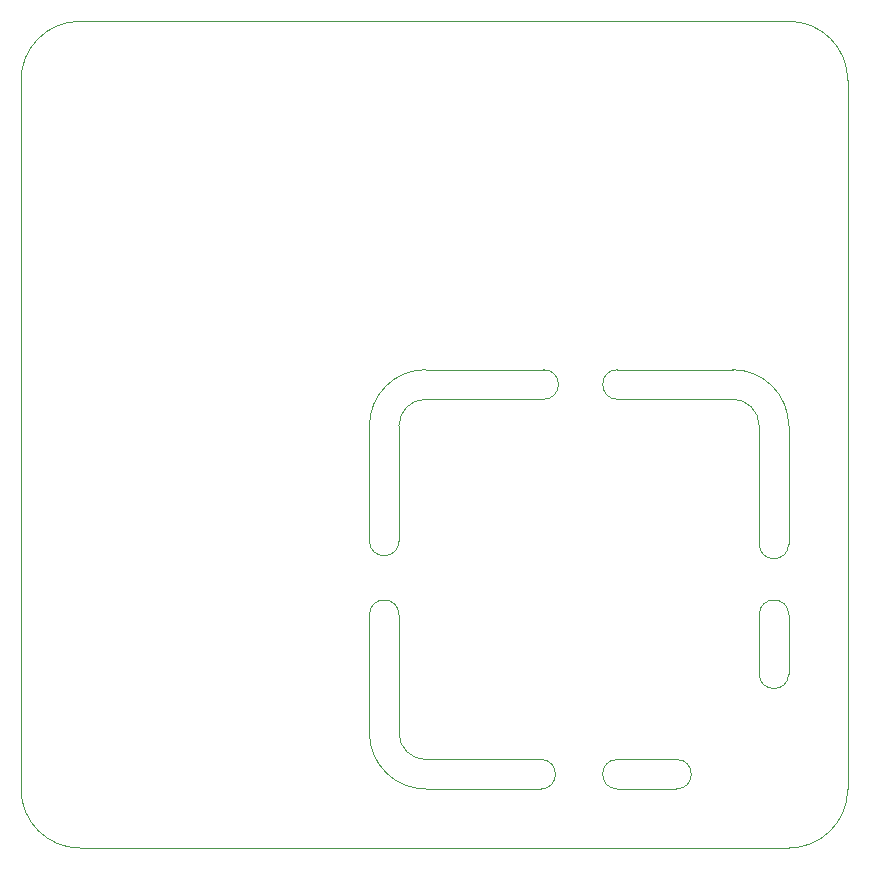
<source format=gbr>
%TF.GenerationSoftware,KiCad,Pcbnew,9.0.4*%
%TF.CreationDate,2025-10-02T19:52:11+02:00*%
%TF.ProjectId,gpsdo,67707364-6f2e-46b6-9963-61645f706362,rev?*%
%TF.SameCoordinates,Original*%
%TF.FileFunction,Profile,NP*%
%FSLAX46Y46*%
G04 Gerber Fmt 4.6, Leading zero omitted, Abs format (unit mm)*
G04 Created by KiCad (PCBNEW 9.0.4) date 2025-10-02 19:52:11*
%MOMM*%
%LPD*%
G01*
G04 APERTURE LIST*
%TA.AperFunction,Profile*%
%ADD10C,0.050000*%
%TD*%
G04 APERTURE END LIST*
D10*
X142000000Y-127250000D02*
G75*
G02*
X139750000Y-125000000I0J2250000D01*
G01*
X168000000Y-94250000D02*
G75*
G02*
X172750000Y-99000000I0J-4750000D01*
G01*
X168000000Y-96750000D02*
G75*
G02*
X170250000Y-99000000I0J-2250000D01*
G01*
X170250000Y-115000000D02*
G75*
G02*
X172750000Y-115000000I1250000J0D01*
G01*
X158250000Y-96750000D02*
G75*
G02*
X158250000Y-94250000I0J1250000D01*
G01*
X170250000Y-120000000D02*
X170250000Y-115000000D01*
X158250000Y-129750000D02*
X163250000Y-129750000D01*
X168000000Y-94250000D02*
X158250000Y-94250000D01*
X158250000Y-127250000D02*
X163250000Y-127250000D01*
X107750000Y-69750000D02*
G75*
G02*
X112750000Y-64750000I5000000J0D01*
G01*
X137250000Y-115000000D02*
G75*
G02*
X139750000Y-115000000I1250000J0D01*
G01*
X142000000Y-127250000D02*
X151750000Y-127250000D01*
X151750000Y-127250000D02*
G75*
G02*
X151750000Y-129750000I0J-1250000D01*
G01*
X172750000Y-109000000D02*
G75*
G02*
X170250000Y-109000000I-1250000J0D01*
G01*
X142000000Y-94250000D02*
X152000000Y-94250000D01*
X112750000Y-134750000D02*
X172750000Y-134750000D01*
X112750000Y-134750000D02*
G75*
G02*
X107750000Y-129750000I0J5000000D01*
G01*
X170250000Y-99000000D02*
X170250000Y-109000000D01*
X177750000Y-129750000D02*
X177750000Y-69750000D01*
X163250000Y-127250000D02*
G75*
G02*
X163250000Y-129750000I0J-1250000D01*
G01*
X139750000Y-99000000D02*
X139750000Y-108750000D01*
X137250000Y-99000000D02*
G75*
G02*
X142000000Y-94250000I4750000J0D01*
G01*
X112750000Y-64750000D02*
X172750000Y-64750000D01*
X139750000Y-125000000D02*
X139750000Y-115000000D01*
X107750000Y-69750000D02*
X107750000Y-129750000D01*
X142000000Y-129750000D02*
G75*
G02*
X137250000Y-125000000I0J4750000D01*
G01*
X172750000Y-99000000D02*
X172750000Y-109000000D01*
X158250000Y-129750000D02*
G75*
G02*
X158250000Y-127250000I0J1250000D01*
G01*
X142000000Y-129750000D02*
X151750000Y-129750000D01*
X139750000Y-108750000D02*
G75*
G02*
X137250000Y-108750000I-1250000J0D01*
G01*
X177750000Y-129750000D02*
G75*
G02*
X172750000Y-134750000I-5000000J0D01*
G01*
X172750000Y-120000000D02*
G75*
G02*
X170250000Y-120000000I-1250000J0D01*
G01*
X137250000Y-125000000D02*
X137250000Y-115000000D01*
X139750000Y-99000000D02*
G75*
G02*
X142000000Y-96750000I2250000J0D01*
G01*
X168000000Y-96750000D02*
X158250000Y-96750000D01*
X137250000Y-99000000D02*
X137250000Y-108750000D01*
X142000000Y-96750000D02*
X152000000Y-96750000D01*
X172750000Y-120000000D02*
X172750000Y-115000000D01*
X152000000Y-94250000D02*
G75*
G02*
X152000000Y-96750000I0J-1250000D01*
G01*
X172750000Y-64750000D02*
G75*
G02*
X177750000Y-69750000I0J-5000000D01*
G01*
M02*

</source>
